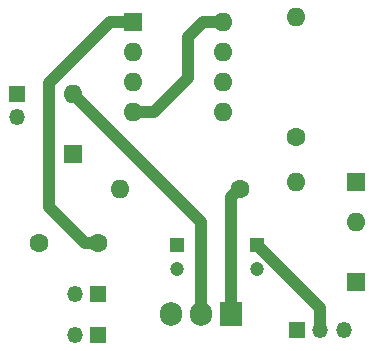
<source format=gbr>
%TF.GenerationSoftware,KiCad,Pcbnew,(5.1.6)-1*%
%TF.CreationDate,2020-11-27T00:36:02-06:00*%
%TF.ProjectId,CircuitBoard,43697263-7569-4744-926f-6172642e6b69,rev?*%
%TF.SameCoordinates,Original*%
%TF.FileFunction,Copper,L2,Bot*%
%TF.FilePolarity,Positive*%
%FSLAX46Y46*%
G04 Gerber Fmt 4.6, Leading zero omitted, Abs format (unit mm)*
G04 Created by KiCad (PCBNEW (5.1.6)-1) date 2020-11-27 00:36:02*
%MOMM*%
%LPD*%
G01*
G04 APERTURE LIST*
%TA.AperFunction,ComponentPad*%
%ADD10O,1.600000X1.600000*%
%TD*%
%TA.AperFunction,ComponentPad*%
%ADD11R,1.600000X1.600000*%
%TD*%
%TA.AperFunction,ComponentPad*%
%ADD12C,1.600000*%
%TD*%
%TA.AperFunction,ComponentPad*%
%ADD13O,1.350000X1.350000*%
%TD*%
%TA.AperFunction,ComponentPad*%
%ADD14R,1.350000X1.350000*%
%TD*%
%TA.AperFunction,ComponentPad*%
%ADD15O,1.905000X2.000000*%
%TD*%
%TA.AperFunction,ComponentPad*%
%ADD16R,1.905000X2.000000*%
%TD*%
%TA.AperFunction,ComponentPad*%
%ADD17C,1.200000*%
%TD*%
%TA.AperFunction,ComponentPad*%
%ADD18R,1.200000X1.200000*%
%TD*%
%TA.AperFunction,Conductor*%
%ADD19C,1.000000*%
%TD*%
G04 APERTURE END LIST*
D10*
%TO.P,1N4148,2*%
%TO.N,Net-(D3-Pad2)*%
X203550000Y-97700000D03*
D11*
%TO.P,1N4148,1*%
%TO.N,Net-(C1-Pad1)*%
X203550000Y-102780000D03*
%TD*%
D10*
%TO.P,1N4148,2*%
%TO.N,Net-(D2-Pad2)*%
X222420000Y-105200000D03*
D11*
%TO.P,1N4148,1*%
%TO.N,Net-(D1-Pad2)*%
X227500000Y-105200000D03*
%TD*%
D10*
%TO.P,1N4148,2*%
%TO.N,Net-(D1-Pad2)*%
X227500000Y-108600000D03*
D11*
%TO.P,1N4148,1*%
%TO.N,Net-(D1-Pad1)*%
X227500000Y-113680000D03*
%TD*%
D12*
%TO.P,6.8 nF,2*%
%TO.N,Net-(C1-Pad2)*%
X205700000Y-110350000D03*
%TO.P,6.8 nF,1*%
%TO.N,Net-(C1-Pad1)*%
X200700000Y-110350000D03*
%TD*%
D10*
%TO.P,555 Timer,8*%
%TO.N,Net-(C1-Pad1)*%
X216270000Y-91600000D03*
%TO.P,555 Timer,4*%
X208650000Y-99220000D03*
%TO.P,555 Timer,7*%
%TO.N,Net-(D1-Pad2)*%
X216270000Y-94140000D03*
%TO.P,555 Timer,3*%
%TO.N,Net-(R2-Pad2)*%
X208650000Y-96680000D03*
%TO.P,555 Timer,6*%
%TO.N,Net-(C3-Pad1)*%
X216270000Y-96680000D03*
%TO.P,555 Timer,2*%
X208650000Y-94140000D03*
%TO.P,555 Timer,5*%
%TO.N,Net-(C2-Pad1)*%
X216270000Y-99220000D03*
D11*
%TO.P,555 Timer,1*%
%TO.N,Net-(C1-Pad2)*%
X208650000Y-91600000D03*
%TD*%
D13*
%TO.P,Potentiometer,3*%
%TO.N,Net-(D1-Pad1)*%
X226500000Y-117700000D03*
%TO.P,Potentiometer,2*%
%TO.N,Net-(C3-Pad1)*%
X224500000Y-117700000D03*
D14*
%TO.P,Potentiometer,1*%
%TO.N,Net-(D2-Pad2)*%
X222500000Y-117700000D03*
%TD*%
D10*
%TO.P,1k,2*%
%TO.N,Net-(R2-Pad2)*%
X207490000Y-105750000D03*
D12*
%TO.P,1k,1*%
%TO.N,Net-(Q1-Pad1)*%
X217650000Y-105750000D03*
%TD*%
D10*
%TO.P,10k,2*%
%TO.N,Net-(C1-Pad1)*%
X222400000Y-91240000D03*
D12*
%TO.P,10k,1*%
%TO.N,Net-(D1-Pad2)*%
X222400000Y-101400000D03*
%TD*%
D15*
%TO.P,TIP31c,3*%
%TO.N,Net-(C1-Pad2)*%
X211870000Y-116350000D03*
%TO.P,TIP31c,2*%
%TO.N,Net-(D3-Pad2)*%
X214410000Y-116350000D03*
D16*
%TO.P,TIP31c,1*%
%TO.N,Net-(Q1-Pad1)*%
X216950000Y-116350000D03*
%TD*%
D13*
%TO.P,Motor,2*%
%TO.N,Net-(C1-Pad1)*%
X198800000Y-99700000D03*
D14*
%TO.P,Motor,1*%
%TO.N,Net-(D3-Pad2)*%
X198800000Y-97700000D03*
%TD*%
D13*
%TO.P,J2,2*%
%TO.N,Net-(C1-Pad1)*%
X203700000Y-118100000D03*
D14*
%TO.P,J2,1*%
%TO.N,Net-(C1-Pad2)*%
X205700000Y-118100000D03*
%TD*%
D13*
%TO.P,J1,2*%
%TO.N,Net-(C1-Pad1)*%
X203700000Y-114700000D03*
D14*
%TO.P,J1,1*%
%TO.N,Net-(C1-Pad2)*%
X205700000Y-114700000D03*
%TD*%
D17*
%TO.P,0.1 uF,2*%
%TO.N,Net-(C1-Pad2)*%
X219150000Y-112500000D03*
D18*
%TO.P,0.1 uF,1*%
%TO.N,Net-(C3-Pad1)*%
X219150000Y-110500000D03*
%TD*%
D17*
%TO.P,0.1 uF,2*%
%TO.N,Net-(C1-Pad2)*%
X212350000Y-112500000D03*
D18*
%TO.P,0.1 uF,1*%
%TO.N,Net-(C2-Pad1)*%
X212350000Y-110500000D03*
%TD*%
D19*
%TO.N,Net-(C1-Pad1)*%
X208650000Y-99220000D02*
X210430000Y-99220000D01*
X210430000Y-99220000D02*
X213250000Y-96400000D01*
X213250000Y-96400000D02*
X213250000Y-92900000D01*
X214550000Y-91600000D02*
X216270000Y-91600000D01*
X213250000Y-92900000D02*
X214550000Y-91600000D01*
%TO.N,Net-(C1-Pad2)*%
X201500000Y-96800000D02*
X206700000Y-91600000D01*
X201500000Y-107300000D02*
X201500000Y-96800000D01*
X205700000Y-110350000D02*
X204550000Y-110350000D01*
X206700000Y-91600000D02*
X208650000Y-91600000D01*
X204550000Y-110350000D02*
X201500000Y-107300000D01*
%TO.N,Net-(C3-Pad1)*%
X224500000Y-115850000D02*
X219150000Y-110500000D01*
X224500000Y-117700000D02*
X224500000Y-115850000D01*
%TO.N,Net-(Q1-Pad1)*%
X216950000Y-106450000D02*
X217650000Y-105750000D01*
X216950000Y-116350000D02*
X216950000Y-106450000D01*
%TO.N,Net-(D3-Pad2)*%
X203550000Y-97700000D02*
X214400000Y-108550000D01*
X214400000Y-116340000D02*
X214410000Y-116350000D01*
X214400000Y-108550000D02*
X214400000Y-116340000D01*
%TD*%
M02*

</source>
